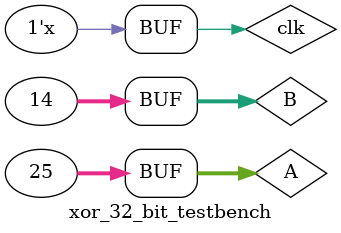
<source format=v>
`timescale 1 ps / 1 ps

module xor_32_bit_testbench();

reg [31:0]A;
reg [31:0]B;
wire [31:0]OUT;

	
	reg clk;
	
	xor_32_bit TB(.A(A) , .B(B) , .OUT(OUT));
	
	always 
		begin 
			#2 clk = ~clk;
		end
	
	initial 
		begin 
			A = 32'd0;
			B = 32'd0;
			
			#5 A = 32'd25;
				B = 32'd14;
		end


endmodule
		
</source>
